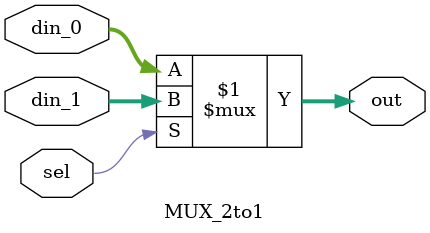
<source format=v>
module MUX_2to1(din_0, din_1, sel, out);
input [4:0] din_0, din_1;
input sel;
output [4:0] out;
assign out = (sel) ? din_1 : din_0; // Check sel and select inputs!
endmodule

</source>
